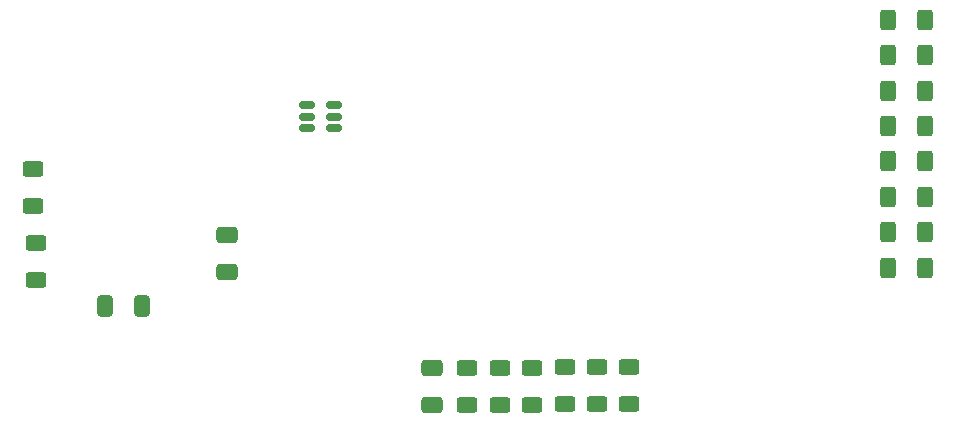
<source format=gbr>
%TF.GenerationSoftware,KiCad,Pcbnew,9.0.3*%
%TF.CreationDate,2025-12-16T11:33:01+01:00*%
%TF.ProjectId,PTP_Project1_Dovsak,5054505f-5072-46f6-9a65-6374315f446f,rev?*%
%TF.SameCoordinates,Original*%
%TF.FileFunction,Paste,Top*%
%TF.FilePolarity,Positive*%
%FSLAX46Y46*%
G04 Gerber Fmt 4.6, Leading zero omitted, Abs format (unit mm)*
G04 Created by KiCad (PCBNEW 9.0.3) date 2025-12-16 11:33:01*
%MOMM*%
%LPD*%
G01*
G04 APERTURE LIST*
G04 Aperture macros list*
%AMRoundRect*
0 Rectangle with rounded corners*
0 $1 Rounding radius*
0 $2 $3 $4 $5 $6 $7 $8 $9 X,Y pos of 4 corners*
0 Add a 4 corners polygon primitive as box body*
4,1,4,$2,$3,$4,$5,$6,$7,$8,$9,$2,$3,0*
0 Add four circle primitives for the rounded corners*
1,1,$1+$1,$2,$3*
1,1,$1+$1,$4,$5*
1,1,$1+$1,$6,$7*
1,1,$1+$1,$8,$9*
0 Add four rect primitives between the rounded corners*
20,1,$1+$1,$2,$3,$4,$5,0*
20,1,$1+$1,$4,$5,$6,$7,0*
20,1,$1+$1,$6,$7,$8,$9,0*
20,1,$1+$1,$8,$9,$2,$3,0*%
G04 Aperture macros list end*
%ADD10RoundRect,0.250000X-0.400000X-0.625000X0.400000X-0.625000X0.400000X0.625000X-0.400000X0.625000X0*%
%ADD11RoundRect,0.250000X0.400000X0.625000X-0.400000X0.625000X-0.400000X-0.625000X0.400000X-0.625000X0*%
%ADD12RoundRect,0.250000X-0.650000X0.412500X-0.650000X-0.412500X0.650000X-0.412500X0.650000X0.412500X0*%
%ADD13RoundRect,0.250000X-0.412500X-0.650000X0.412500X-0.650000X0.412500X0.650000X-0.412500X0.650000X0*%
%ADD14RoundRect,0.250000X0.625000X-0.400000X0.625000X0.400000X-0.625000X0.400000X-0.625000X-0.400000X0*%
%ADD15RoundRect,0.250000X0.650000X-0.412500X0.650000X0.412500X-0.650000X0.412500X-0.650000X-0.412500X0*%
%ADD16RoundRect,0.250000X-0.625000X0.400000X-0.625000X-0.400000X0.625000X-0.400000X0.625000X0.400000X0*%
%ADD17RoundRect,0.150000X-0.512500X-0.150000X0.512500X-0.150000X0.512500X0.150000X-0.512500X0.150000X0*%
G04 APERTURE END LIST*
D10*
%TO.C,R18*%
X234400000Y-98750000D03*
X237500000Y-98750000D03*
%TD*%
D11*
%TO.C,R15*%
X237500000Y-92750000D03*
X234400000Y-92750000D03*
%TD*%
D12*
%TO.C,C5*%
X178400000Y-111000000D03*
X178400000Y-114125000D03*
%TD*%
D10*
%TO.C,R17*%
X234400000Y-95750000D03*
X237500000Y-95750000D03*
%TD*%
%TO.C,R6*%
X234400000Y-107750000D03*
X237500000Y-107750000D03*
%TD*%
D13*
%TO.C,C4*%
X168125000Y-117000000D03*
X171250000Y-117000000D03*
%TD*%
D14*
%TO.C,R9*%
X204250000Y-125350000D03*
X204250000Y-122250000D03*
%TD*%
%TO.C,R20*%
X162250000Y-114750000D03*
X162250000Y-111650000D03*
%TD*%
D10*
%TO.C,R14*%
X234400000Y-113750000D03*
X237500000Y-113750000D03*
%TD*%
D15*
%TO.C,C3*%
X195750000Y-125375000D03*
X195750000Y-122250000D03*
%TD*%
D14*
%TO.C,R11*%
X209750000Y-125250000D03*
X209750000Y-122150000D03*
%TD*%
D16*
%TO.C,R7*%
X201500000Y-122250000D03*
X201500000Y-125350000D03*
%TD*%
D10*
%TO.C,R5*%
X234400000Y-104750000D03*
X237500000Y-104750000D03*
%TD*%
%TO.C,R16*%
X234400000Y-101750000D03*
X237500000Y-101750000D03*
%TD*%
D14*
%TO.C,R19*%
X162000000Y-108500000D03*
X162000000Y-105400000D03*
%TD*%
%TO.C,R10*%
X207000000Y-125250000D03*
X207000000Y-122150000D03*
%TD*%
D17*
%TO.C,U6*%
X185225000Y-100000000D03*
X185225000Y-100950000D03*
X185225000Y-101900000D03*
X187500000Y-101900000D03*
X187500000Y-100950000D03*
X187500000Y-100000000D03*
%TD*%
D14*
%TO.C,R13*%
X198750000Y-125350000D03*
X198750000Y-122250000D03*
%TD*%
%TO.C,R12*%
X212475000Y-125275000D03*
X212475000Y-122175000D03*
%TD*%
D10*
%TO.C,R8*%
X234400000Y-110750000D03*
X237500000Y-110750000D03*
%TD*%
M02*

</source>
